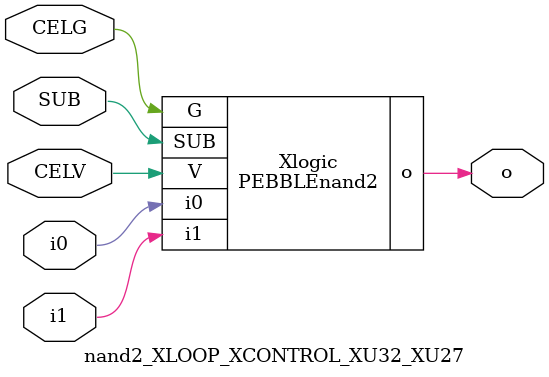
<source format=v>



module PEBBLEnand2 ( o, G, SUB, V, i0, i1 );

  input i0;
  input V;
  input i1;
  input G;
  output o;
  input SUB;
endmodule

//Celera Confidential Do Not Copy nand2_XLOOP_XCONTROL_XU32_XU27
//Celera Confidential Symbol Generator
//5V NAND2
module nand2_XLOOP_XCONTROL_XU32_XU27 (CELV,CELG,i0,i1,o,SUB);
input CELV;
input CELG;
input i0;
input i1;
input SUB;
output o;

//Celera Confidential Do Not Copy nand2
PEBBLEnand2 Xlogic(
.V (CELV),
.i0 (i0),
.i1 (i1),
.o (o),
.SUB (SUB),
.G (CELG)
);
//,diesize,PEBBLEnand2

//Celera Confidential Do Not Copy Module End
//Celera Schematic Generator
endmodule

</source>
